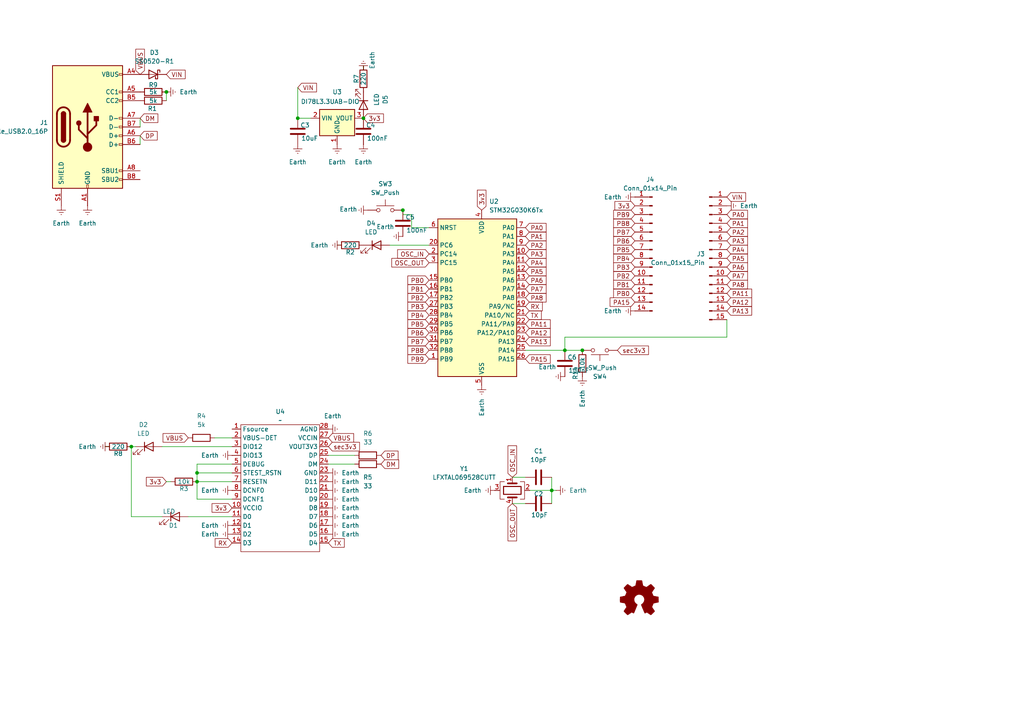
<source format=kicad_sch>
(kicad_sch (version 20231120) (generator "eeschema") (generator_version "8.0")
  (paper "A4")
  (lib_symbols
    (symbol "Connector:Conn_01x14_Pin" (pin_names (offset 1.016) hide)
      (property "Reference" "J" (at 0 17.78 0))
      (property "Value" "Conn_01x14_Pin" (at 0 -20.32 0))
      (symbol "Conn_01x14_Pin_1_1"
        (pin passive line (at 5.08 15.24 180) (length 3.81) (name "Pin_1") (number "1"))
        (pin passive line (at 5.08 -7.62 180) (length 3.81) (name "Pin_10") (number "10"))
        (pin passive line (at 5.08 -10.16 180) (length 3.81) (name "Pin_11") (number "11"))
        (pin passive line (at 5.08 -12.7 180) (length 3.81) (name "Pin_12") (number "12"))
        (pin passive line (at 5.08 -15.24 180) (length 3.81) (name "Pin_13") (number "13"))
        (pin passive line (at 5.08 -17.78 180) (length 3.81) (name "Pin_14") (number "14"))
        (pin passive line (at 5.08 12.7 180) (length 3.81) (name "Pin_2") (number "2"))
        (pin passive line (at 5.08 10.16 180) (length 3.81) (name "Pin_3") (number "3"))
        (pin passive line (at 5.08 7.62 180) (length 3.81) (name "Pin_4") (number "4"))
        (pin passive line (at 5.08 5.08 180) (length 3.81) (name "Pin_5") (number "5"))
        (pin passive line (at 5.08 2.54 180) (length 3.81) (name "Pin_6") (number "6"))
        (pin passive line (at 5.08 0 180) (length 3.81) (name "Pin_7") (number "7"))
        (pin passive line (at 5.08 -2.54 180) (length 3.81) (name "Pin_8") (number "8"))
        (pin passive line (at 5.08 -5.08 180) (length 3.81) (name "Pin_9") (number "9"))
      )
    )
    (symbol "Connector:Conn_01x15_Pin" (pin_names (offset 1.016) hide)
      (property "Reference" "J" (at 0 20.32 0))
      (property "Value" "Conn_01x15_Pin" (at 0 -20.32 0))
      (symbol "Conn_01x15_Pin_1_1"
        (pin passive line (at 5.08 17.78 180) (length 3.81) (name "Pin_1") (number "1"))
        (pin passive line (at 5.08 -5.08 180) (length 3.81) (name "Pin_10") (number "10"))
        (pin passive line (at 5.08 -7.62 180) (length 3.81) (name "Pin_11") (number "11"))
        (pin passive line (at 5.08 -10.16 180) (length 3.81) (name "Pin_12") (number "12"))
        (pin passive line (at 5.08 -12.7 180) (length 3.81) (name "Pin_13") (number "13"))
        (pin passive line (at 5.08 -15.24 180) (length 3.81) (name "Pin_14") (number "14"))
        (pin passive line (at 5.08 -17.78 180) (length 3.81) (name "Pin_15") (number "15"))
        (pin passive line (at 5.08 15.24 180) (length 3.81) (name "Pin_2") (number "2"))
        (pin passive line (at 5.08 12.7 180) (length 3.81) (name "Pin_3") (number "3"))
        (pin passive line (at 5.08 10.16 180) (length 3.81) (name "Pin_4") (number "4"))
        (pin passive line (at 5.08 7.62 180) (length 3.81) (name "Pin_5") (number "5"))
        (pin passive line (at 5.08 5.08 180) (length 3.81) (name "Pin_6") (number "6"))
        (pin passive line (at 5.08 2.54 180) (length 3.81) (name "Pin_7") (number "7"))
        (pin passive line (at 5.08 0 180) (length 3.81) (name "Pin_8") (number "8"))
        (pin passive line (at 5.08 -2.54 180) (length 3.81) (name "Pin_9") (number "9"))
      )
    )
    (symbol "Connector:USB_C_Receptacle_USB2.0_16P" (pin_names (offset 1.016))
      (property "Reference" "J" (at 0 22.225 0))
      (property "Value" "USB_C_Receptacle_USB2.0_16P" (at 0 19.685 0))
      (symbol "USB_C_Receptacle_USB2.0_16P_1_1"
        (pin passive line (at 0 -22.86 90) (length 5.08) (name "GND") (number "A1"))
        (pin passive line (at 0 -22.86 90) (length 5.08) hide (name "GND") (number "A12"))
        (pin passive line (at 15.24 15.24 180) (length 5.08) (name "VBUS") (number "A4"))
        (pin bidirectional line (at 15.24 10.16 180) (length 5.08) (name "CC1") (number "A5"))
        (pin bidirectional line (at 15.24 -2.54 180) (length 5.08) (name "D+") (number "A6"))
        (pin bidirectional line (at 15.24 2.54 180) (length 5.08) (name "D-") (number "A7"))
        (pin bidirectional line (at 15.24 -12.7 180) (length 5.08) (name "SBU1") (number "A8"))
        (pin passive line (at 15.24 15.24 180) (length 5.08) hide (name "VBUS") (number "A9"))
        (pin passive line (at 0 -22.86 90) (length 5.08) hide (name "GND") (number "B1"))
        (pin passive line (at 0 -22.86 90) (length 5.08) hide (name "GND") (number "B12"))
        (pin passive line (at 15.24 15.24 180) (length 5.08) hide (name "VBUS") (number "B4"))
        (pin bidirectional line (at 15.24 7.62 180) (length 5.08) (name "CC2") (number "B5"))
        (pin bidirectional line (at 15.24 -5.08 180) (length 5.08) (name "D+") (number "B6"))
        (pin bidirectional line (at 15.24 0 180) (length 5.08) (name "D-") (number "B7"))
        (pin bidirectional line (at 15.24 -15.24 180) (length 5.08) (name "SBU2") (number "B8"))
        (pin passive line (at 15.24 15.24 180) (length 5.08) hide (name "VBUS") (number "B9"))
        (pin passive line (at -7.62 -22.86 90) (length 5.08) (name "SHIELD") (number "S1"))
      )
    )
    (symbol "Device:C" (pin_numbers hide) (pin_names (offset 0.254))
      (property "Reference" "C" (at 0.635 2.54 0))
      (property "Value" "C" (at 0.635 -2.54 0))
      (symbol "C_1_1"
        (pin passive line (at 0 3.81 270) (length 2.794) (name "~") (number "1"))
        (pin passive line (at 0 -3.81 90) (length 2.794) (name "~") (number "2"))
      )
    )
    (symbol "Device:Crystal_GND23" (pin_names (offset 1.016) hide)
      (property "Reference" "Y" (at 3.175 5.08 0))
      (property "Value" "Crystal_GND23" (at 3.175 3.175 0))
      (symbol "Crystal_GND23_1_1"
        (pin passive line (at -3.81 0 0) (length 1.27) (name "1") (number "1"))
        (pin passive line (at 0 5.08 270) (length 1.27) (name "2") (number "2"))
        (pin passive line (at 0 -5.08 90) (length 1.27) (name "3") (number "3"))
        (pin passive line (at 3.81 0 180) (length 1.27) (name "4") (number "4"))
      )
    )
    (symbol "Device:LED" (pin_numbers hide) (pin_names (offset 1.016) hide)
      (property "Reference" "D" (at 0 2.54 0))
      (property "Value" "LED" (at 0 -2.54 0))
      (symbol "LED_1_1"
        (pin passive line (at -3.81 0 0) (length 2.54) (name "K") (number "1"))
        (pin passive line (at 3.81 0 180) (length 2.54) (name "A") (number "2"))
      )
    )
    (symbol "Device:R" (pin_numbers hide) (pin_names (offset 0))
      (property "Reference" "R" (at 2.032 0 90))
      (property "Value" "R" (at 0 0 90))
      (symbol "R_1_1"
        (pin passive line (at 0 3.81 270) (length 1.27) (name "~") (number "1"))
        (pin passive line (at 0 -3.81 90) (length 1.27) (name "~") (number "2"))
      )
    )
    (symbol "Diode:BAT42W-V" (pin_numbers hide) (pin_names (offset 1.016) hide)
      (property "Reference" "D" (at 0 2.54 0))
      (property "Value" "BAT42W-V" (at 0 -2.54 0))
      (symbol "BAT42W-V_1_1"
        (pin passive line (at -3.81 0 0) (length 2.54) (name "K") (number "1"))
        (pin passive line (at 3.81 0 180) (length 2.54) (name "A") (number "2"))
      )
    )
    (symbol "FT260S-U_1"
      (property "Reference" "U" (at 2.54 0 0))
      (symbol "FT260S-U_1_1_1"
        (pin input line (at -10.16 -2.54 0) (length 2.54) (name "Fsource") (number "1"))
        (pin input line (at -10.16 -25.4 0) (length 2.54) (name "VCCIO") (number "10"))
        (pin input line (at -10.16 -27.94 0) (length 2.54) (name "D0") (number "11"))
        (pin input line (at -10.16 -30.48 0) (length 2.54) (name "D1") (number "12"))
        (pin input line (at -10.16 -33.02 0) (length 2.54) (name "D2") (number "13"))
        (pin input line (at -10.16 -35.56 0) (length 2.54) (name "D3") (number "14"))
        (pin input line (at 17.78 -35.56 180) (length 2.54) (name "D4") (number "15"))
        (pin input line (at 17.78 -33.02 180) (length 2.54) (name "D5") (number "16"))
        (pin input line (at 17.78 -30.48 180) (length 2.54) (name "D6") (number "17"))
        (pin input line (at 17.78 -27.94 180) (length 2.54) (name "D7") (number "18"))
        (pin input line (at 17.78 -25.4 180) (length 2.54) (name "D8") (number "19"))
        (pin input line (at -10.16 -5.08 0) (length 2.54) (name "VBUS-DET") (number "2"))
        (pin input line (at 17.78 -22.86 180) (length 2.54) (name "D9") (number "20"))
        (pin input line (at 17.78 -20.32 180) (length 2.54) (name "D10") (number "21"))
        (pin input line (at 17.78 -17.78 180) (length 2.54) (name "D11") (number "22"))
        (pin input line (at 17.78 -15.24 180) (length 2.54) (name "GND") (number "23"))
        (pin input line (at 17.78 -12.7 180) (length 2.54) (name "DM") (number "24"))
        (pin input line (at 17.78 -10.16 180) (length 2.54) (name "DP") (number "25"))
        (pin input line (at 17.78 -7.62 180) (length 2.54) (name "VOUT3V3") (number "26"))
        (pin input line (at 17.78 -5.08 180) (length 2.54) (name "VCCIN") (number "27"))
        (pin input line (at 17.78 -2.54 180) (length 2.54) (name "AGND") (number "28"))
        (pin input line (at -10.16 -7.62 0) (length 2.54) (name "DIO12") (number "3"))
        (pin input line (at -10.16 -10.16 0) (length 2.54) (name "DIO13") (number "4"))
        (pin input line (at -10.16 -12.7 0) (length 2.54) (name "DEBUG") (number "5"))
        (pin input line (at -10.16 -15.24 0) (length 2.54) (name "STEST_RSTN") (number "6"))
        (pin input line (at -10.16 -17.78 0) (length 2.54) (name "RESETN") (number "7"))
        (pin input line (at -10.16 -20.32 0) (length 2.54) (name "DCNF0") (number "8"))
        (pin input line (at -10.16 -22.86 0) (length 2.54) (name "DCNF1") (number "9"))
      )
    )
    (symbol "Graphic:Logo_Open_Hardware_Small" (in_bom no) (on_board no))
    (symbol "MCU_ST_STM32G0:STM32G030K6Tx"
      (property "Reference" "U" (at -10.16 24.13 0))
      (property "Value" "STM32G030K6Tx" (at 5.08 24.13 0))
      (symbol "STM32G030K6Tx_1_1"
        (pin bidirectional line (at -12.7 -17.78 0) (length 2.54) (name "PB9") (number "1"))
        (pin bidirectional line (at 15.24 12.7 180) (length 2.54) (name "PA3") (number "10"))
        (pin bidirectional line (at 15.24 10.16 180) (length 2.54) (name "PA4") (number "11"))
        (pin bidirectional line (at 15.24 7.62 180) (length 2.54) (name "PA5") (number "12"))
        (pin bidirectional line (at 15.24 5.08 180) (length 2.54) (name "PA6") (number "13"))
        (pin bidirectional line (at 15.24 2.54 180) (length 2.54) (name "PA7") (number "14"))
        (pin bidirectional line (at -12.7 5.08 0) (length 2.54) (name "PB0") (number "15"))
        (pin bidirectional line (at -12.7 2.54 0) (length 2.54) (name "PB1") (number "16"))
        (pin bidirectional line (at -12.7 0 0) (length 2.54) (name "PB2") (number "17"))
        (pin bidirectional line (at 15.24 0 180) (length 2.54) (name "PA8") (number "18"))
        (pin bidirectional line (at 15.24 -2.54 180) (length 2.54) (name "PA9/NC") (number "19"))
        (pin bidirectional line (at -12.7 12.7 0) (length 2.54) (name "PC14") (number "2"))
        (pin bidirectional line (at -12.7 15.24 0) (length 2.54) (name "PC6") (number "20"))
        (pin bidirectional line (at 15.24 -5.08 180) (length 2.54) (name "PA10/NC") (number "21"))
        (pin bidirectional line (at 15.24 -7.62 180) (length 2.54) (name "PA11/PA9") (number "22"))
        (pin bidirectional line (at 15.24 -10.16 180) (length 2.54) (name "PA12/PA10") (number "23"))
        (pin bidirectional line (at 15.24 -12.7 180) (length 2.54) (name "PA13") (number "24"))
        (pin bidirectional line (at 15.24 -15.24 180) (length 2.54) (name "PA14") (number "25"))
        (pin bidirectional line (at 15.24 -17.78 180) (length 2.54) (name "PA15") (number "26"))
        (pin bidirectional line (at -12.7 -2.54 0) (length 2.54) (name "PB3") (number "27"))
        (pin bidirectional line (at -12.7 -5.08 0) (length 2.54) (name "PB4") (number "28"))
        (pin bidirectional line (at -12.7 -7.62 0) (length 2.54) (name "PB5") (number "29"))
        (pin bidirectional line (at -12.7 10.16 0) (length 2.54) (name "PC15") (number "3"))
        (pin bidirectional line (at -12.7 -10.16 0) (length 2.54) (name "PB6") (number "30"))
        (pin bidirectional line (at -12.7 -12.7 0) (length 2.54) (name "PB7") (number "31"))
        (pin bidirectional line (at -12.7 -15.24 0) (length 2.54) (name "PB8") (number "32"))
        (pin power_in line (at 2.54 25.4 270) (length 2.54) (name "VDD") (number "4"))
        (pin power_in line (at 2.54 -25.4 90) (length 2.54) (name "VSS") (number "5"))
        (pin input line (at -12.7 20.32 0) (length 2.54) (name "NRST") (number "6"))
        (pin bidirectional line (at 15.24 20.32 180) (length 2.54) (name "PA0") (number "7"))
        (pin bidirectional line (at 15.24 17.78 180) (length 2.54) (name "PA1") (number "8"))
        (pin bidirectional line (at 15.24 15.24 180) (length 2.54) (name "PA2") (number "9"))
      )
    )
    (symbol "Regulator_Linear:HT75xx-1-SOT89"
      (property "Reference" "U" (at -5.08 -3.81 0))
      (property "Value" "HT75xx-1-SOT89" (at 0 6.35 0))
      (symbol "HT75xx-1-SOT89_1_1"
        (pin power_in line (at 0 -5.08 90) (length 2.54) (name "GND") (number "1"))
        (pin power_in line (at -7.62 2.54 0) (length 2.54) (name "VIN") (number "2"))
        (pin power_out line (at 7.62 2.54 180) (length 2.54) (name "VOUT") (number "3"))
      )
    )
    (symbol "Switch:SW_Push" (pin_numbers hide) (pin_names (offset 1.016) hide)
      (property "Reference" "SW" (at 1.27 2.54 0))
      (property "Value" "SW_Push" (at 0 -1.524 0))
      (symbol "SW_Push_0_1"
        (pin passive line (at -5.08 0 0) (length 2.54) (name "1") (number "1"))
        (pin passive line (at 5.08 0 180) (length 2.54) (name "2") (number "2"))
      )
    )
    (symbol "power:Earth" (power) (pin_numbers hide) (pin_names (offset 0) hide)
      (property "Value" "Earth" (at 0 -3.81 0))
      (symbol "Earth_1_1"
        (pin power_in line (at 0 0 270) (length 0) (name "~") (number "1"))
      )
    )
  )
  (junction (at 160.02 142.24))
  (junction (at 116.84 60.96))
  (junction (at 57.15 139.7))
  (junction (at 163.83 101.6))
  (junction (at 57.15 137.16))
  (junction (at 168.91 101.6))
  (junction (at 48.26 26.67))
  (junction (at 105.41 34.29))
  (junction (at 38.1 129.54))
  (junction (at 86.36 34.29))
  (wire (pts (xy 57.15 144.78) (xy 67.31 144.78)))
  (wire (pts (xy 116.84 60.96) (xy 116.84 62.23)))
  (wire (pts (xy 57.15 134.62) (xy 57.15 137.16)))
  (wire (pts (xy 30.48 129.54) (xy 31.75 129.54)))
  (wire (pts (xy 57.15 137.16) (xy 67.31 137.16)))
  (wire (pts (xy 95.25 134.62) (xy 102.87 134.62)))
  (wire (pts (xy 97.79 71.12) (xy 99.06 71.12)))
  (wire (pts (xy 46.99 129.54) (xy 67.31 129.54)))
  (wire (pts (xy 54.61 149.86) (xy 67.31 149.86)))
  (wire (pts (xy 163.83 101.6) (xy 163.83 97.79)))
  (wire (pts (xy 119.38 62.23) (xy 119.38 66.04)))
  (wire (pts (xy 116.84 62.23) (xy 119.38 62.23)))
  (wire (pts (xy 57.15 144.78) (xy 57.15 139.7)))
  (wire (pts (xy 38.1 129.54) (xy 39.37 129.54)))
  (wire (pts (xy 148.59 146.05) (xy 152.4 146.05)))
  (wire (pts (xy 57.15 139.7) (xy 67.31 139.7)))
  (wire (pts (xy 86.36 34.29) (xy 90.17 34.29)))
  (wire (pts (xy 148.59 138.43) (xy 152.4 138.43)))
  (wire (pts (xy 113.03 71.12) (xy 124.46 71.12)))
  (wire (pts (xy 57.15 137.16) (xy 57.15 139.7)))
  (wire (pts (xy 210.82 97.79) (xy 210.82 92.71)))
  (wire (pts (xy 95.25 132.08) (xy 102.87 132.08)))
  (wire (pts (xy 161.29 142.24) (xy 160.02 142.24)))
  (wire (pts (xy 160.02 142.24) (xy 153.67 142.24)))
  (wire (pts (xy 86.36 25.4) (xy 86.36 34.29)))
  (wire (pts (xy 46.99 149.86) (xy 38.1 149.86)))
  (wire (pts (xy 163.83 97.79) (xy 210.82 97.79)))
  (wire (pts (xy 38.1 149.86) (xy 38.1 129.54)))
  (wire (pts (xy 119.38 66.04) (xy 124.46 66.04)))
  (wire (pts (xy 48.26 139.7) (xy 49.53 139.7)))
  (wire (pts (xy 67.31 134.62) (xy 57.15 134.62)))
  (wire (pts (xy 168.91 101.6) (xy 163.83 101.6)))
  (wire (pts (xy 152.4 101.6) (xy 163.83 101.6)))
  (wire (pts (xy 48.26 26.67) (xy 48.26 29.21)))
  (wire (pts (xy 160.02 142.24) (xy 160.02 146.05)))
  (wire (pts (xy 105.41 19.05) (xy 105.41 20.32)))
  (wire (pts (xy 40.64 39.37) (xy 40.64 41.91)))
  (wire (pts (xy 40.64 34.29) (xy 40.64 36.83)))
  (wire (pts (xy 160.02 138.43) (xy 160.02 142.24)))
  (wire (pts (xy 62.23 127) (xy 67.31 127)))
  (global_label "PA8" (shape input) (at 152.4 86.36 0) (property "Intersheetrefs" "${INTERSHEET_REFS}" (effects (hide yes))))
  (global_label "PA15" (shape input) (at 152.4 104.14 0) (property "Intersheetrefs" "${INTERSHEET_REFS}" (effects (hide yes))))
  (global_label "PB9" (shape input) (at 124.46 104.14 180) (property "Intersheetrefs" "${INTERSHEET_REFS}" (effects (hide yes))))
  (global_label "PB3" (shape input) (at 124.46 88.9 180) (property "Intersheetrefs" "${INTERSHEET_REFS}" (effects (hide yes))))
  (global_label "PA3" (shape input) (at 152.4 73.66 0) (property "Intersheetrefs" "${INTERSHEET_REFS}" (effects (hide yes))))
  (global_label "DM" (shape input) (at 40.64 34.29 0) (property "Intersheetrefs" "${INTERSHEET_REFS}" (effects (hide yes))))
  (global_label "OSC_OUT" (shape input) (at 148.59 146.05 270) (property "Intersheetrefs" "${INTERSHEET_REFS}" (effects (hide yes))))
  (global_label "PA15" (shape input) (at 184.15 87.63 180) (property "Intersheetrefs" "${INTERSHEET_REFS}" (effects (hide yes))))
  (global_label "DP" (shape input) (at 40.64 39.37 0) (property "Intersheetrefs" "${INTERSHEET_REFS}" (effects (hide yes))))
  (global_label "3v3" (shape input) (at 67.31 147.32 180) (property "Intersheetrefs" "${INTERSHEET_REFS}" (effects (hide yes))))
  (global_label "sec3v3" (shape input) (at 179.07 101.6 0) (property "Intersheetrefs" "${INTERSHEET_REFS}" (effects (hide yes))))
  (global_label "PB5" (shape input) (at 124.46 93.98 180) (property "Intersheetrefs" "${INTERSHEET_REFS}" (effects (hide yes))))
  (global_label "PA6" (shape input) (at 210.82 77.47 0) (property "Intersheetrefs" "${INTERSHEET_REFS}" (effects (hide yes))))
  (global_label "PA11" (shape input) (at 152.4 93.98 0) (property "Intersheetrefs" "${INTERSHEET_REFS}" (effects (hide yes))))
  (global_label "PB0" (shape input) (at 124.46 81.28 180) (property "Intersheetrefs" "${INTERSHEET_REFS}" (effects (hide yes))))
  (global_label "PA0" (shape input) (at 152.4 66.04 0) (property "Intersheetrefs" "${INTERSHEET_REFS}" (effects (hide yes))))
  (global_label "3v3" (shape input) (at 184.15 59.69 180) (property "Intersheetrefs" "${INTERSHEET_REFS}" (effects (hide yes))))
  (global_label "PA2" (shape input) (at 152.4 71.12 0) (property "Intersheetrefs" "${INTERSHEET_REFS}" (effects (hide yes))))
  (global_label "PB6" (shape input) (at 184.15 69.85 180) (property "Intersheetrefs" "${INTERSHEET_REFS}" (effects (hide yes))))
  (global_label "TX" (shape input) (at 152.4 91.44 0) (property "Intersheetrefs" "${INTERSHEET_REFS}" (effects (hide yes))))
  (global_label "VBUS" (shape input) (at 54.61 127 180) (property "Intersheetrefs" "${INTERSHEET_REFS}" (effects (hide yes))))
  (global_label "PB3" (shape input) (at 184.15 77.47 180) (property "Intersheetrefs" "${INTERSHEET_REFS}" (effects (hide yes))))
  (global_label "DM" (shape input) (at 110.49 134.62 0) (property "Intersheetrefs" "${INTERSHEET_REFS}" (effects (hide yes))))
  (global_label "sec3v3" (shape input) (at 95.25 129.54 0) (property "Intersheetrefs" "${INTERSHEET_REFS}" (effects (hide yes))))
  (global_label "PA0" (shape input) (at 210.82 62.23 0) (property "Intersheetrefs" "${INTERSHEET_REFS}" (effects (hide yes))))
  (global_label "PA13" (shape input) (at 152.4 99.06 0) (property "Intersheetrefs" "${INTERSHEET_REFS}" (effects (hide yes))))
  (global_label "PA7" (shape input) (at 210.82 80.01 0) (property "Intersheetrefs" "${INTERSHEET_REFS}" (effects (hide yes))))
  (global_label "PA1" (shape input) (at 210.82 64.77 0) (property "Intersheetrefs" "${INTERSHEET_REFS}" (effects (hide yes))))
  (global_label "VIN" (shape input) (at 48.26 21.59 0) (property "Intersheetrefs" "${INTERSHEET_REFS}" (effects (hide yes))))
  (global_label "PA5" (shape input) (at 210.82 74.93 0) (property "Intersheetrefs" "${INTERSHEET_REFS}" (effects (hide yes))))
  (global_label "VBUS" (shape input) (at 40.64 21.59 90) (property "Intersheetrefs" "${INTERSHEET_REFS}" (effects (hide yes))))
  (global_label "PA4" (shape input) (at 210.82 72.39 0) (property "Intersheetrefs" "${INTERSHEET_REFS}" (effects (hide yes))))
  (global_label "PB8" (shape input) (at 184.15 64.77 180) (property "Intersheetrefs" "${INTERSHEET_REFS}" (effects (hide yes))))
  (global_label "PB2" (shape input) (at 124.46 86.36 180) (property "Intersheetrefs" "${INTERSHEET_REFS}" (effects (hide yes))))
  (global_label "VBUS" (shape input) (at 95.25 127 0) (property "Intersheetrefs" "${INTERSHEET_REFS}" (effects (hide yes))))
  (global_label "PB8" (shape input) (at 124.46 101.6 180) (property "Intersheetrefs" "${INTERSHEET_REFS}" (effects (hide yes))))
  (global_label "OSC_IN" (shape input) (at 148.59 138.43 90) (property "Intersheetrefs" "${INTERSHEET_REFS}" (effects (hide yes))))
  (global_label "PA3" (shape input) (at 210.82 69.85 0) (property "Intersheetrefs" "${INTERSHEET_REFS}" (effects (hide yes))))
  (global_label "PB7" (shape input) (at 124.46 99.06 180) (property "Intersheetrefs" "${INTERSHEET_REFS}" (effects (hide yes))))
  (global_label "3v3" (shape input) (at 48.26 139.7 180) (property "Intersheetrefs" "${INTERSHEET_REFS}" (effects (hide yes))))
  (global_label "PA12" (shape input) (at 152.4 96.52 0) (property "Intersheetrefs" "${INTERSHEET_REFS}" (effects (hide yes))))
  (global_label "DP" (shape input) (at 110.49 132.08 0) (property "Intersheetrefs" "${INTERSHEET_REFS}" (effects (hide yes))))
  (global_label "RX" (shape input) (at 67.31 157.48 180) (property "Intersheetrefs" "${INTERSHEET_REFS}" (effects (hide yes))))
  (global_label "PA1" (shape input) (at 152.4 68.58 0) (property "Intersheetrefs" "${INTERSHEET_REFS}" (effects (hide yes))))
  (global_label "PB6" (shape input) (at 124.46 96.52 180) (property "Intersheetrefs" "${INTERSHEET_REFS}" (effects (hide yes))))
  (global_label "PA7" (shape input) (at 152.4 83.82 0) (property "Intersheetrefs" "${INTERSHEET_REFS}" (effects (hide yes))))
  (global_label "RX" (shape input) (at 152.4 88.9 0) (property "Intersheetrefs" "${INTERSHEET_REFS}" (effects (hide yes))))
  (global_label "PB2" (shape input) (at 184.15 80.01 180) (property "Intersheetrefs" "${INTERSHEET_REFS}" (effects (hide yes))))
  (global_label "OSC_IN" (shape input) (at 124.46 73.66 180) (property "Intersheetrefs" "${INTERSHEET_REFS}" (effects (hide yes))))
  (global_label "PB7" (shape input) (at 184.15 67.31 180) (property "Intersheetrefs" "${INTERSHEET_REFS}" (effects (hide yes))))
  (global_label "PB4" (shape input) (at 184.15 74.93 180) (property "Intersheetrefs" "${INTERSHEET_REFS}" (effects (hide yes))))
  (global_label "PB4" (shape input) (at 124.46 91.44 180) (property "Intersheetrefs" "${INTERSHEET_REFS}" (effects (hide yes))))
  (global_label "PB1" (shape input) (at 124.46 83.82 180) (property "Intersheetrefs" "${INTERSHEET_REFS}" (effects (hide yes))))
  (global_label "VIN" (shape input) (at 86.36 25.4 0) (property "Intersheetrefs" "${INTERSHEET_REFS}" (effects (hide yes))))
  (global_label "PB9" (shape input) (at 184.15 62.23 180) (property "Intersheetrefs" "${INTERSHEET_REFS}" (effects (hide yes))))
  (global_label "PA11" (shape input) (at 210.82 85.09 0) (property "Intersheetrefs" "${INTERSHEET_REFS}" (effects (hide yes))))
  (global_label "PA8" (shape input) (at 210.82 82.55 0) (property "Intersheetrefs" "${INTERSHEET_REFS}" (effects (hide yes))))
  (global_label "PB1" (shape input) (at 184.15 82.55 180) (property "Intersheetrefs" "${INTERSHEET_REFS}" (effects (hide yes))))
  (global_label "PA2" (shape input) (at 210.82 67.31 0) (property "Intersheetrefs" "${INTERSHEET_REFS}" (effects (hide yes))))
  (global_label "TX" (shape input) (at 95.25 157.48 0) (property "Intersheetrefs" "${INTERSHEET_REFS}" (effects (hide yes))))
  (global_label "VIN" (shape input) (at 210.82 57.15 0) (property "Intersheetrefs" "${INTERSHEET_REFS}" (effects (hide yes))))
  (global_label "PA6" (shape input) (at 152.4 81.28 0) (property "Intersheetrefs" "${INTERSHEET_REFS}" (effects (hide yes))))
  (global_label "3v3" (shape input) (at 105.41 34.29 0) (property "Intersheetrefs" "${INTERSHEET_REFS}" (effects (hide yes))))
  (global_label "PA4" (shape input) (at 152.4 76.2 0) (property "Intersheetrefs" "${INTERSHEET_REFS}" (effects (hide yes))))
  (global_label "OSC_OUT" (shape input) (at 124.46 76.2 180) (property "Intersheetrefs" "${INTERSHEET_REFS}" (effects (hide yes))))
  (global_label "PB5" (shape input) (at 184.15 72.39 180) (property "Intersheetrefs" "${INTERSHEET_REFS}" (effects (hide yes))))
  (global_label "PA13" (shape input) (at 210.82 90.17 0) (property "Intersheetrefs" "${INTERSHEET_REFS}" (effects (hide yes))))
  (global_label "PA12" (shape input) (at 210.82 87.63 0) (property "Intersheetrefs" "${INTERSHEET_REFS}" (effects (hide yes))))
  (global_label "PA5" (shape input) (at 152.4 78.74 0) (property "Intersheetrefs" "${INTERSHEET_REFS}" (effects (hide yes))))
  (global_label "PB0" (shape input) (at 184.15 85.09 180) (property "Intersheetrefs" "${INTERSHEET_REFS}" (effects (hide yes))))
  (global_label "3v3" (shape input) (at 139.7 60.96 90) (property "Intersheetrefs" "${INTERSHEET_REFS}" (effects (hide yes))))
  (symbol (lib_id "power:Earth") (at 161.29 142.24 90) (unit 1)
    (property "Reference" "#PWR026" (effects (hide yes)))
    (property "Value" "Earth" (at 165.1 142.2401 90) (effects (justify right)))
    (property "Description" "Power symbol creates a global label with name \"Earth\"" (effects (hide yes)))
  )
  (symbol (lib_id "Device:R") (at 168.91 105.41 180) (unit 1)
    (property "Reference" "R14" (at 166.878 108.204 90))
    (property "Value" "10k" (at 168.91 105.41 90))
    (property "Footprint" "Resistor_SMD:R_0603_1608Metric" (effects (hide yes)))
    (property "Description" "Resistor" (effects (hide yes)))
  )
  (symbol (lib_id "power:Earth") (at 99.06 71.12 270) (unit 1)
    (property "Reference" "#PWR014" (effects (hide yes)))
    (property "Value" "Earth" (at 95.25 71.1199 90) (effects (justify right)))
    (property "Description" "Power symbol creates a global label with name \"Earth\"" (effects (hide yes)))
  )
  (symbol (lib_id "power:Earth") (at 163.83 109.22 270) (mirror x) (unit 1)
    (property "Reference" "#PWR030" (effects (hide yes)))
    (property "Value" "Earth" (at 158.75 106.426 90))
    (property "Description" "Power symbol creates a global label with name \"Earth\"" (effects (hide yes)))
  )
  (symbol (lib_id "power:Earth") (at 67.31 132.08 270) (unit 1)
    (property "Reference" "#PWR024" (effects (hide yes)))
    (property "Value" "Earth" (at 63.5 132.0799 90) (effects (justify right)))
    (property "Description" "Power symbol creates a global label with name \"Earth\"" (effects (hide yes)))
  )
  (symbol (lib_id "Device:R") (at 34.29 129.54 270) (unit 1)
    (property "Reference" "R8" (at 34.29 131.572 90))
    (property "Value" "220" (at 34.29 129.54 90))
    (property "Footprint" "Resistor_SMD:R_0603_1608Metric" (effects (hide yes)))
    (property "Description" "Resistor" (effects (hide yes)))
  )
  (symbol (lib_id "power:Earth") (at 143.51 142.24 270) (mirror x) (unit 1)
    (property "Reference" "#PWR025" (effects (hide yes)))
    (property "Value" "Earth" (at 139.7 142.2401 90) (effects (justify right)))
    (property "Description" "Power symbol creates a global label with name \"Earth\"" (effects (hide yes)))
  )
  (symbol (lib_id "Device:C") (at 156.21 146.05 90) (unit 1)
    (property "Reference" "C2" (at 156.21 143.256 90))
    (property "Value" "10pF" (at 156.464 149.352 90))
    (property "Footprint" "Capacitor_SMD:C_0603_1608Metric" (effects (hide yes)))
    (property "Description" "Unpolarized capacitor" (effects (hide yes)))
  )
  (symbol (lib_id "power:Earth") (at 184.15 90.17 270) (mirror x) (unit 1)
    (property "Reference" "#PWR028" (effects (hide yes)))
    (property "Value" "Earth" (at 180.34 90.1699 90) (effects (justify right)))
    (property "Description" "Power symbol creates a global label with name \"Earth\"" (effects (hide yes)))
  )
  (symbol (lib_id "power:Earth") (at 95.25 124.46 90) (mirror x) (unit 1)
    (property "Reference" "#PWR06" (effects (hide yes)))
    (property "Value" "Earth" (at 96.52 120.65 90))
    (property "Description" "Power symbol creates a global label with name \"Earth\"" (effects (hide yes)))
  )
  (symbol (lib_id "Device:R") (at 101.6 71.12 270) (unit 1)
    (property "Reference" "R2" (at 101.6 73.152 90))
    (property "Value" "220" (at 101.6 71.12 90))
    (property "Footprint" "Resistor_SMD:R_0603_1608Metric" (effects (hide yes)))
    (property "Description" "Resistor" (effects (hide yes)))
  )
  (symbol (lib_id "power:Earth") (at 184.15 57.15 270) (mirror x) (unit 1)
    (property "Reference" "#PWR032" (effects (hide yes)))
    (property "Value" "Earth" (at 180.34 57.1499 90) (effects (justify right)))
    (property "Description" "Power symbol creates a global label with name \"Earth\"" (effects (hide yes)))
  )
  (symbol (lib_id "power:Earth") (at 17.78 59.69 0) (unit 1)
    (property "Reference" "#PWR010" (effects (hide yes)))
    (property "Value" "Earth" (at 17.78 64.77 0))
    (property "Description" "Power symbol creates a global label with name \"Earth\"" (effects (hide yes)))
  )
  (symbol (lib_id "Graphic:Logo_Open_Hardware_Small") (at 185.42 173.99 0) (unit 1) (exclude_from_sim yes) (in_bom no) (on_board no)
    (property "Reference" "#SYM1" (effects (hide yes)))
    (property "Value" "Logo_Open_Hardware_Small" (effects (hide yes)))
    (property "Description" "Open Hardware logo, small" (effects (hide yes)))
  )
  (symbol (lib_id "power:Earth") (at 168.91 109.22 0) (mirror y) (unit 1)
    (property "Reference" "#PWR07" (effects (hide yes)))
    (property "Value" "Earth" (at 168.9101 113.03 90) (effects (justify right)))
    (property "Description" "Power symbol creates a global label with name \"Earth\"" (effects (hide yes)))
  )
  (symbol (lib_id "Device:R") (at 105.41 22.86 180) (unit 1)
    (property "Reference" "R7" (at 103.378 22.86 90))
    (property "Value" "220" (at 105.41 22.86 90))
    (property "Footprint" "Resistor_SMD:R_0603_1608Metric" (effects (hide yes)))
    (property "Description" "Resistor" (effects (hide yes)))
  )
  (symbol (lib_id "power:Earth") (at 105.41 41.91 0) (unit 1)
    (property "Reference" "#PWR011" (effects (hide yes)))
    (property "Value" "Earth" (at 105.41 46.99 0))
    (property "Description" "Power symbol creates a global label with name \"Earth\"" (effects (hide yes)))
  )
  (symbol (lib_id "Switch:SW_Push") (at 173.99 101.6 0) (mirror x) (unit 1)
    (property "Reference" "SW4" (at 173.99 109.22 0))
    (property "Value" "SW_Push" (at 174.752 106.68 0))
    (property "Footprint" "Button_Switch_SMD:SW_SPST_EVQQ2" (effects (hide yes)))
    (property "Description" "Push button switch, generic, two pins" (effects (hide yes)))
  )
  (symbol (lib_id "Device:C") (at 156.21 138.43 90) (unit 1)
    (property "Reference" "C1" (at 156.21 130.81 90))
    (property "Value" "10pF" (at 156.21 133.35 90))
    (property "Footprint" "Capacitor_SMD:C_0603_1608Metric" (effects (hide yes)))
    (property "Description" "Unpolarized capacitor" (effects (hide yes)))
  )
  (symbol (lib_id "power:Earth") (at 95.25 142.24 90) (mirror x) (unit 1)
    (property "Reference" "#PWR018" (effects (hide yes)))
    (property "Value" "Earth" (at 99.06 142.2399 90) (effects (justify right)))
    (property "Description" "Power symbol creates a global label with name \"Earth\"" (effects (hide yes)))
  )
  (symbol (lib_id "Device:C") (at 105.41 38.1 0) (unit 1)
    (property "Reference" "C4" (at 106.172 36.322 0) (effects (justify left)))
    (property "Value" "100nF" (at 106.426 40.132 0) (effects (justify left)))
    (property "Footprint" "Capacitor_SMD:C_0603_1608Metric" (effects (hide yes)))
    (property "Description" "Unpolarized capacitor" (effects (hide yes)))
  )
  (symbol (lib_id "Device:R") (at 106.68 134.62 270) (unit 1)
    (property "Reference" "R5" (at 106.68 138.43 90))
    (property "Value" "33" (at 106.68 140.97 90))
    (property "Footprint" "Resistor_SMD:R_0603_1608Metric" (effects (hide yes)))
    (property "Description" "Resistor" (effects (hide yes)))
  )
  (symbol (lib_id "Device:LED") (at 105.41 30.48 270) (unit 1)
    (property "Reference" "D5" (at 111.76 28.8925 0))
    (property "Value" "LED" (at 109.22 28.8925 0))
    (property "Footprint" "LED_SMD:LED_0603_1608Metric" (effects (hide yes)))
    (property "Description" "Light emitting diode" (effects (hide yes)))
  )
  (symbol (lib_id "Device:LED") (at 50.8 149.86 0) (unit 1)
    (property "Reference" "D1" (at 50.292 152.4 0))
    (property "Value" "LED" (at 49.022 148.336 0))
    (property "Footprint" "LED_SMD:LED_0603_1608Metric" (effects (hide yes)))
    (property "Description" "Light emitting diode" (effects (hide yes)))
  )
  (symbol (lib_id "power:Earth") (at 95.25 139.7 90) (mirror x) (unit 1)
    (property "Reference" "#PWR017" (effects (hide yes)))
    (property "Value" "Earth" (at 99.06 139.6999 90) (effects (justify right)))
    (property "Description" "Power symbol creates a global label with name \"Earth\"" (effects (hide yes)))
  )
  (symbol (lib_id "power:Earth") (at 210.82 59.69 90) (unit 1)
    (property "Reference" "#PWR033" (effects (hide yes)))
    (property "Value" "Earth" (at 214.63 59.6899 90) (effects (justify right)))
    (property "Description" "Power symbol creates a global label with name \"Earth\"" (effects (hide yes)))
  )
  (symbol (lib_id "power:Earth") (at 86.36 41.91 0) (unit 1)
    (property "Reference" "#PWR05" (effects (hide yes)))
    (property "Value" "Earth" (at 86.36 46.99 0))
    (property "Description" "Power symbol creates a global label with name \"Earth\"" (effects (hide yes)))
  )
  (symbol (lib_id "power:Earth") (at 67.31 152.4 270) (unit 1)
    (property "Reference" "#PWR015" (effects (hide yes)))
    (property "Value" "Earth" (at 63.5 152.3999 90) (effects (justify right)))
    (property "Description" "Power symbol creates a global label with name \"Earth\"" (effects (hide yes)))
  )
  (symbol (lib_id "power:Earth") (at 48.26 26.67 90) (unit 1)
    (property "Reference" "#PWR013" (effects (hide yes)))
    (property "Value" "Earth" (at 52.07 26.6699 90) (effects (justify right)))
    (property "Description" "Power symbol creates a global label with name \"Earth\"" (effects (hide yes)))
  )
  (symbol (lib_id "Regulator_Linear:HT75xx-1-SOT89") (at 97.79 36.83 0) (unit 1)
    (property "Reference" "U3" (at 97.79 26.67 0))
    (property "Value" "DI78L3.3UAB-DIO" (at 95.758 29.464 0))
    (property "Footprint" "Package_TO_SOT_SMD:SOT-89-3" (effects (hide yes)))
    (property "Datasheet" "https://www.holtek.com/documents/10179/116711/HT75xx-1v250.pdf" (effects (hide yes)))
    (property "Description" "100mA Low Dropout Voltage Regulator, Fixed Output, SOT89" (effects (hide yes)))
  )
  (symbol (lib_id "Diode:BAT42W-V") (at 44.45 21.59 0) (mirror y) (unit 1)
    (property "Reference" "D3" (at 44.7675 15.24 0))
    (property "Value" "SS0520-R1" (at 44.7675 17.78 0))
    (property "Footprint" "Diode_SMD:D_SOD-123" (effects (hide yes)))
    (property "Datasheet" "http://www.vishay.com/docs/85660/bat42.pdf" (effects (hide yes)))
    (property "Description" "30V 0.2A Small Signal Schottky diode, SOD-123" (effects (hide yes)))
  )
  (symbol (lib_id "power:Earth") (at 97.79 41.91 0) (unit 1)
    (property "Reference" "#PWR08" (effects (hide yes)))
    (property "Value" "Earth" (at 97.79 46.99 0))
    (property "Description" "Power symbol creates a global label with name \"Earth\"" (effects (hide yes)))
  )
  (symbol (lib_id "power:Earth") (at 116.84 68.58 270) (mirror x) (unit 1)
    (property "Reference" "#PWR029" (effects (hide yes)))
    (property "Value" "Earth" (at 111.76 65.786 90))
    (property "Description" "Power symbol creates a global label with name \"Earth\"" (effects (hide yes)))
  )
  (symbol (lib_id "Connector:Conn_01x15_Pin") (at 205.74 74.93 0) (unit 1)
    (property "Reference" "J3" (at 204.47 73.6599 0) (effects (justify right)))
    (property "Value" "Conn_01x15_Pin" (at 204.47 76.1999 0) (effects (justify right)))
    (property "Footprint" "Connector_PinHeader_2.54mm:PinHeader_1x15_P2.54mm_Vertical" (effects (hide yes)))
    (property "Description" "Generic connector, single row, 01x15, script generated" (effects (hide yes)))
  )
  (symbol (lib_id "power:Earth") (at 105.41 20.32 180) (unit 1)
    (property "Reference" "#PWR027" (effects (hide yes)))
    (property "Value" "Earth" (at 107.95 20.066 90) (effects (justify right)))
    (property "Description" "Power symbol creates a global label with name \"Earth\"" (effects (hide yes)))
  )
  (symbol (lib_id "power:Earth") (at 67.31 142.24 270) (unit 1)
    (property "Reference" "#PWR02" (effects (hide yes)))
    (property "Value" "Earth" (at 63.5 142.2399 90) (effects (justify right)))
    (property "Description" "Power symbol creates a global label with name \"Earth\"" (effects (hide yes)))
  )
  (symbol (lib_id "Device:LED") (at 43.18 129.54 0) (unit 1)
    (property "Reference" "D2" (at 41.5925 123.19 0))
    (property "Value" "LED" (at 41.5925 125.73 0))
    (property "Footprint" "LED_SMD:LED_0603_1608Metric" (effects (hide yes)))
    (property "Description" "Light emitting diode" (effects (hide yes)))
  )
  (symbol (lib_id "Device:C") (at 86.36 38.1 0) (unit 1)
    (property "Reference" "C3" (at 87.122 36.322 0) (effects (justify left)))
    (property "Value" "10uF" (at 87.376 40.132 0) (effects (justify left)))
    (property "Footprint" "Capacitor_SMD:C_1206_3216Metric" (effects (hide yes)))
    (property "Description" "Unpolarized capacitor" (effects (hide yes)))
  )
  (symbol (lib_id "Device:C") (at 163.83 105.41 0) (unit 1)
    (property "Reference" "C6" (at 164.592 103.632 0) (effects (justify left)))
    (property "Value" "100nF" (at 164.846 107.442 0) (effects (justify left)))
    (property "Footprint" "Capacitor_SMD:C_0603_1608Metric" (effects (hide yes)))
    (property "Description" "Unpolarized capacitor" (effects (hide yes)))
  )
  (symbol (lib_id "power:Earth") (at 67.31 154.94 270) (unit 1)
    (property "Reference" "#PWR016" (effects (hide yes)))
    (property "Value" "Earth" (at 63.5 154.9399 90) (effects (justify right)))
    (property "Description" "Power symbol creates a global label with name \"Earth\"" (effects (hide yes)))
  )
  (symbol (lib_id "power:Earth") (at 95.25 137.16 90) (mirror x) (unit 1)
    (property "Reference" "#PWR04" (effects (hide yes)))
    (property "Value" "Earth" (at 99.06 137.1599 90) (effects (justify right)))
    (property "Description" "Power symbol creates a global label with name \"Earth\"" (effects (hide yes)))
  )
  (symbol (lib_id "power:Earth") (at 95.25 149.86 90) (mirror x) (unit 1)
    (property "Reference" "#PWR021" (effects (hide yes)))
    (property "Value" "Earth" (at 99.06 149.8599 90) (effects (justify right)))
    (property "Description" "Power symbol creates a global label with name \"Earth\"" (effects (hide yes)))
  )
  (symbol (lib_name "FT260S-U_1") (lib_id "Custom_comps:FT260S-U") (at 77.47 121.92 0) (unit 1)
    (property "Reference" "U4" (at 81.28 119.38 0))
    (property "Value" "~" (at 81.28 121.92 0))
    (property "Footprint" "CustomComps:FT260S-U" (effects (hide yes)))
  )
  (symbol (lib_id "Switch:SW_Push") (at 111.76 60.96 0) (unit 1)
    (property "Reference" "SW3" (at 111.76 53.34 0))
    (property "Value" "SW_Push" (at 111.76 55.88 0))
    (property "Footprint" "Button_Switch_SMD:SW_SPST_EVQQ2" (effects (hide yes)))
    (property "Description" "Push button switch, generic, two pins" (effects (hide yes)))
  )
  (symbol (lib_id "MCU_ST_STM32G0:STM32G030K6Tx") (at 137.16 86.36 0) (unit 1)
    (property "Reference" "U2" (at 141.8941 58.42 0) (effects (justify left)))
    (property "Value" "STM32G030K6Tx" (at 141.8941 60.96 0) (effects (justify left)))
    (property "Footprint" "Package_QFP:LQFP-32_7x7mm_P0.8mm" (effects (hide yes)))
    (property "Datasheet" "https://www.st.com/resource/en/datasheet/stm32g030k6.pdf" (effects (hide yes)))
    (property "Description" "STMicroelectronics Arm Cortex-M0+ MCU, 32KB flash, 8KB RAM, 64 MHz, 2.0-3.6V, 29 GPIO, LQFP32" (effects (hide yes)))
  )
  (symbol (lib_id "Connector:USB_C_Receptacle_USB2.0_16P") (at 25.4 36.83 0) (unit 1)
    (property "Reference" "J1" (at 13.97 35.5599 0) (effects (justify right)))
    (property "Value" "USB_C_Receptacle_USB2.0_16P" (at 13.97 38.0999 0) (effects (justify right)))
    (property "Footprint" "Connector_USB:USB_C_Receptacle_GCT_USB4105-xx-A_16P_TopMnt_Horizontal" (effects (hide yes)))
    (property "Datasheet" "https://www.usb.org/sites/default/files/documents/usb_type-c.zip" (effects (hide yes)))
    (property "Description" "USB 2.0-only 16P Type-C Receptacle connector" (effects (hide yes)))
  )
  (symbol (lib_id "power:Earth") (at 95.25 144.78 90) (mirror x) (unit 1)
    (property "Reference" "#PWR019" (effects (hide yes)))
    (property "Value" "Earth" (at 99.06 144.7799 90) (effects (justify right)))
    (property "Description" "Power symbol creates a global label with name \"Earth\"" (effects (hide yes)))
  )
  (symbol (lib_id "Device:R") (at 58.42 127 270) (unit 1)
    (property "Reference" "R4" (at 58.42 120.65 90))
    (property "Value" "5k" (at 58.42 123.19 90))
    (property "Footprint" "Resistor_SMD:R_0603_1608Metric" (effects (hide yes)))
    (property "Description" "Resistor" (effects (hide yes)))
  )
  (symbol (lib_id "Device:R") (at 53.34 139.7 270) (unit 1)
    (property "Reference" "R3" (at 53.34 141.732 90))
    (property "Value" "10k" (at 53.34 139.7 90))
    (property "Footprint" "Resistor_SMD:R_0603_1608Metric" (effects (hide yes)))
    (property "Description" "Resistor" (effects (hide yes)))
  )
  (symbol (lib_id "Device:R") (at 106.68 132.08 270) (unit 1)
    (property "Reference" "R6" (at 106.68 125.73 90))
    (property "Value" "33" (at 106.68 128.27 90))
    (property "Footprint" "Resistor_SMD:R_0603_1608Metric" (effects (hide yes)))
    (property "Description" "Resistor" (effects (hide yes)))
  )
  (symbol (lib_id "Device:Crystal_GND23") (at 148.59 142.24 270) (unit 1)
    (property "Reference" "Y1" (at 134.62 135.9214 90))
    (property "Value" "LFXTAL069528CUTT" (at 134.62 138.4614 90))
    (property "Footprint" "Crystal:Crystal_SMD_2016-4Pin_2.0x1.6mm" (effects (hide yes)))
    (property "Description" "Four pin crystal, GND on pins 2 and 3" (effects (hide yes)))
  )
  (symbol (lib_id "power:Earth") (at 25.4 59.69 0) (unit 1)
    (property "Reference" "#PWR09" (effects (hide yes)))
    (property "Value" "Earth" (at 25.4 64.77 0))
    (property "Description" "Power symbol creates a global label with name \"Earth\"" (effects (hide yes)))
  )
  (symbol (lib_id "Device:LED") (at 109.22 71.12 0) (unit 1)
    (property "Reference" "D4" (at 107.6325 64.77 0))
    (property "Value" "LED" (at 107.6325 67.31 0))
    (property "Footprint" "LED_SMD:LED_0603_1608Metric" (effects (hide yes)))
    (property "Description" "Light emitting diode" (effects (hide yes)))
  )
  (symbol (lib_id "power:Earth") (at 106.68 60.96 270) (unit 1)
    (property "Reference" "#PWR03" (effects (hide yes)))
    (property "Value" "Earth" (at 103.632 60.706 90) (effects (justify right)))
    (property "Description" "Power symbol creates a global label with name \"Earth\"" (effects (hide yes)))
  )
  (symbol (lib_id "power:Earth") (at 139.7 111.76 0) (mirror y) (unit 1)
    (property "Reference" "#PWR01" (effects (hide yes)))
    (property "Value" "Earth" (at 139.7001 115.57 90) (effects (justify right)))
    (property "Description" "Power symbol creates a global label with name \"Earth\"" (effects (hide yes)))
  )
  (symbol (lib_id "power:Earth") (at 31.75 129.54 270) (unit 1)
    (property "Reference" "#PWR012" (effects (hide yes)))
    (property "Value" "Earth" (at 27.94 129.5399 90) (effects (justify right)))
    (property "Description" "Power symbol creates a global label with name \"Earth\"" (effects (hide yes)))
  )
  (symbol (lib_id "Device:R") (at 44.45 29.21 270) (unit 1)
    (property "Reference" "R1" (at 44.196 31.496 90))
    (property "Value" "5k" (at 44.45 29.21 90))
    (property "Footprint" "Resistor_SMD:R_0603_1608Metric" (effects (hide yes)))
    (property "Description" "Resistor" (effects (hide yes)))
  )
  (symbol (lib_id "power:Earth") (at 95.25 152.4 90) (mirror x) (unit 1)
    (property "Reference" "#PWR022" (effects (hide yes)))
    (property "Value" "Earth" (at 99.06 152.3999 90) (effects (justify right)))
    (property "Description" "Power symbol creates a global label with name \"Earth\"" (effects (hide yes)))
  )
  (symbol (lib_id "power:Earth") (at 95.25 147.32 90) (mirror x) (unit 1)
    (property "Reference" "#PWR020" (effects (hide yes)))
    (property "Value" "Earth" (at 99.06 147.3199 90) (effects (justify right)))
    (property "Description" "Power symbol creates a global label with name \"Earth\"" (effects (hide yes)))
  )
  (symbol (lib_id "Device:C") (at 116.84 64.77 0) (unit 1)
    (property "Reference" "C5" (at 117.602 62.992 0) (effects (justify left)))
    (property "Value" "100nF" (at 117.856 66.802 0) (effects (justify left)))
    (property "Footprint" "Capacitor_SMD:C_0603_1608Metric" (effects (hide yes)))
    (property "Description" "Unpolarized capacitor" (effects (hide yes)))
  )
  (symbol (lib_id "Connector:Conn_01x14_Pin") (at 189.23 72.39 0) (mirror y) (unit 1)
    (property "Reference" "J4" (at 188.595 52.07 0))
    (property "Value" "Conn_01x14_Pin" (at 188.595 54.61 0))
    (property "Footprint" "Connector_PinHeader_2.54mm:PinHeader_1x14_P2.54mm_Vertical" (effects (hide yes)))
    (property "Description" "Generic connector, single row, 01x14, script generated" (effects (hide yes)))
  )
  (symbol (lib_id "power:Earth") (at 95.25 154.94 90) (mirror x) (unit 1)
    (property "Reference" "#PWR023" (effects (hide yes)))
    (property "Value" "Earth" (at 99.06 154.9399 90) (effects (justify right)))
    (property "Description" "Power symbol creates a global label with name \"Earth\"" (effects (hide yes)))
  )
  (symbol (lib_id "Device:R") (at 44.45 26.67 270) (unit 1)
    (property "Reference" "R9" (at 44.45 24.638 90))
    (property "Value" "5k" (at 44.45 26.67 90))
    (property "Footprint" "Resistor_SMD:R_0603_1608Metric" (effects (hide yes)))
    (property "Description" "Resistor" (effects (hide yes)))
  )
)
</source>
